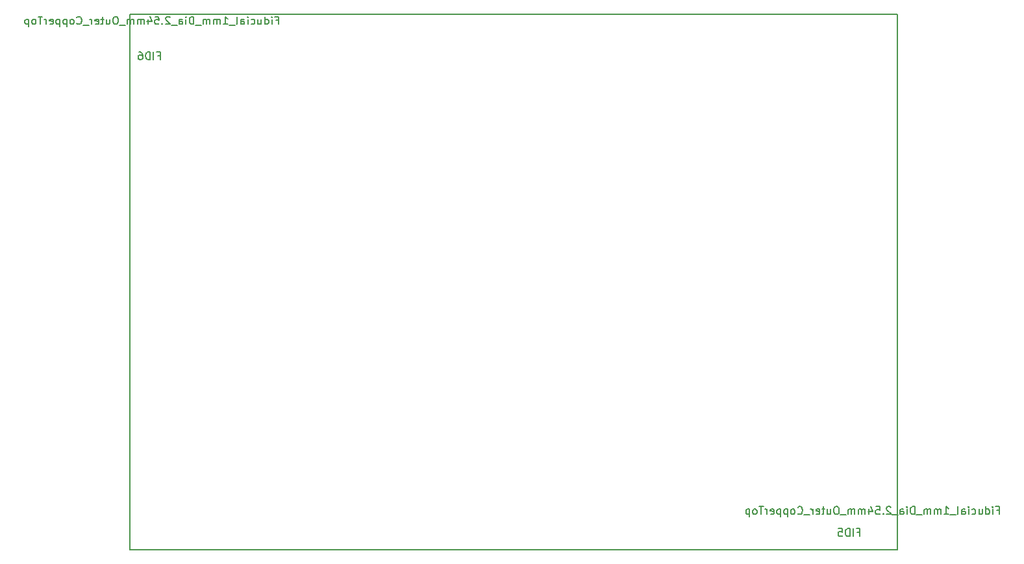
<source format=gbr>
%TF.GenerationSoftware,KiCad,Pcbnew,7.0.10*%
%TF.CreationDate,2025-02-13T15:15:04-06:00*%
%TF.ProjectId,IR2IP,49523249-502e-46b6-9963-61645f706362,rev?*%
%TF.SameCoordinates,PX55fe290PY8062360*%
%TF.FileFunction,AssemblyDrawing,Bot*%
%FSLAX46Y46*%
G04 Gerber Fmt 4.6, Leading zero omitted, Abs format (unit mm)*
G04 Created by KiCad (PCBNEW 7.0.10) date 2025-02-13 15:15:04*
%MOMM*%
%LPD*%
G01*
G04 APERTURE LIST*
%ADD10C,0.150000*%
%TA.AperFunction,Profile*%
%ADD11C,0.150000*%
%TD*%
G04 APERTURE END LIST*
D10*
X18996667Y69188991D02*
X19330000Y69188991D01*
X19330000Y68665181D02*
X19330000Y69665181D01*
X19330000Y69665181D02*
X18853810Y69665181D01*
X18472857Y68665181D02*
X18472857Y69331848D01*
X18472857Y69665181D02*
X18520476Y69617562D01*
X18520476Y69617562D02*
X18472857Y69569943D01*
X18472857Y69569943D02*
X18425238Y69617562D01*
X18425238Y69617562D02*
X18472857Y69665181D01*
X18472857Y69665181D02*
X18472857Y69569943D01*
X17568096Y68665181D02*
X17568096Y69665181D01*
X17568096Y68712800D02*
X17663334Y68665181D01*
X17663334Y68665181D02*
X17853810Y68665181D01*
X17853810Y68665181D02*
X17949048Y68712800D01*
X17949048Y68712800D02*
X17996667Y68760420D01*
X17996667Y68760420D02*
X18044286Y68855658D01*
X18044286Y68855658D02*
X18044286Y69141372D01*
X18044286Y69141372D02*
X17996667Y69236610D01*
X17996667Y69236610D02*
X17949048Y69284229D01*
X17949048Y69284229D02*
X17853810Y69331848D01*
X17853810Y69331848D02*
X17663334Y69331848D01*
X17663334Y69331848D02*
X17568096Y69284229D01*
X16663334Y69331848D02*
X16663334Y68665181D01*
X17091905Y69331848D02*
X17091905Y68808039D01*
X17091905Y68808039D02*
X17044286Y68712800D01*
X17044286Y68712800D02*
X16949048Y68665181D01*
X16949048Y68665181D02*
X16806191Y68665181D01*
X16806191Y68665181D02*
X16710953Y68712800D01*
X16710953Y68712800D02*
X16663334Y68760420D01*
X15758572Y68712800D02*
X15853810Y68665181D01*
X15853810Y68665181D02*
X16044286Y68665181D01*
X16044286Y68665181D02*
X16139524Y68712800D01*
X16139524Y68712800D02*
X16187143Y68760420D01*
X16187143Y68760420D02*
X16234762Y68855658D01*
X16234762Y68855658D02*
X16234762Y69141372D01*
X16234762Y69141372D02*
X16187143Y69236610D01*
X16187143Y69236610D02*
X16139524Y69284229D01*
X16139524Y69284229D02*
X16044286Y69331848D01*
X16044286Y69331848D02*
X15853810Y69331848D01*
X15853810Y69331848D02*
X15758572Y69284229D01*
X15330000Y68665181D02*
X15330000Y69331848D01*
X15330000Y69665181D02*
X15377619Y69617562D01*
X15377619Y69617562D02*
X15330000Y69569943D01*
X15330000Y69569943D02*
X15282381Y69617562D01*
X15282381Y69617562D02*
X15330000Y69665181D01*
X15330000Y69665181D02*
X15330000Y69569943D01*
X14425239Y68665181D02*
X14425239Y69188991D01*
X14425239Y69188991D02*
X14472858Y69284229D01*
X14472858Y69284229D02*
X14568096Y69331848D01*
X14568096Y69331848D02*
X14758572Y69331848D01*
X14758572Y69331848D02*
X14853810Y69284229D01*
X14425239Y68712800D02*
X14520477Y68665181D01*
X14520477Y68665181D02*
X14758572Y68665181D01*
X14758572Y68665181D02*
X14853810Y68712800D01*
X14853810Y68712800D02*
X14901429Y68808039D01*
X14901429Y68808039D02*
X14901429Y68903277D01*
X14901429Y68903277D02*
X14853810Y68998515D01*
X14853810Y68998515D02*
X14758572Y69046134D01*
X14758572Y69046134D02*
X14520477Y69046134D01*
X14520477Y69046134D02*
X14425239Y69093753D01*
X13806191Y68665181D02*
X13901429Y68712800D01*
X13901429Y68712800D02*
X13949048Y68808039D01*
X13949048Y68808039D02*
X13949048Y69665181D01*
X13663334Y68569943D02*
X12901429Y68569943D01*
X12139524Y68665181D02*
X12710952Y68665181D01*
X12425238Y68665181D02*
X12425238Y69665181D01*
X12425238Y69665181D02*
X12520476Y69522324D01*
X12520476Y69522324D02*
X12615714Y69427086D01*
X12615714Y69427086D02*
X12710952Y69379467D01*
X11710952Y68665181D02*
X11710952Y69331848D01*
X11710952Y69236610D02*
X11663333Y69284229D01*
X11663333Y69284229D02*
X11568095Y69331848D01*
X11568095Y69331848D02*
X11425238Y69331848D01*
X11425238Y69331848D02*
X11330000Y69284229D01*
X11330000Y69284229D02*
X11282381Y69188991D01*
X11282381Y69188991D02*
X11282381Y68665181D01*
X11282381Y69188991D02*
X11234762Y69284229D01*
X11234762Y69284229D02*
X11139524Y69331848D01*
X11139524Y69331848D02*
X10996667Y69331848D01*
X10996667Y69331848D02*
X10901428Y69284229D01*
X10901428Y69284229D02*
X10853809Y69188991D01*
X10853809Y69188991D02*
X10853809Y68665181D01*
X10377619Y68665181D02*
X10377619Y69331848D01*
X10377619Y69236610D02*
X10330000Y69284229D01*
X10330000Y69284229D02*
X10234762Y69331848D01*
X10234762Y69331848D02*
X10091905Y69331848D01*
X10091905Y69331848D02*
X9996667Y69284229D01*
X9996667Y69284229D02*
X9949048Y69188991D01*
X9949048Y69188991D02*
X9949048Y68665181D01*
X9949048Y69188991D02*
X9901429Y69284229D01*
X9901429Y69284229D02*
X9806191Y69331848D01*
X9806191Y69331848D02*
X9663334Y69331848D01*
X9663334Y69331848D02*
X9568095Y69284229D01*
X9568095Y69284229D02*
X9520476Y69188991D01*
X9520476Y69188991D02*
X9520476Y68665181D01*
X9282382Y68569943D02*
X8520477Y68569943D01*
X8282381Y68665181D02*
X8282381Y69665181D01*
X8282381Y69665181D02*
X8044286Y69665181D01*
X8044286Y69665181D02*
X7901429Y69617562D01*
X7901429Y69617562D02*
X7806191Y69522324D01*
X7806191Y69522324D02*
X7758572Y69427086D01*
X7758572Y69427086D02*
X7710953Y69236610D01*
X7710953Y69236610D02*
X7710953Y69093753D01*
X7710953Y69093753D02*
X7758572Y68903277D01*
X7758572Y68903277D02*
X7806191Y68808039D01*
X7806191Y68808039D02*
X7901429Y68712800D01*
X7901429Y68712800D02*
X8044286Y68665181D01*
X8044286Y68665181D02*
X8282381Y68665181D01*
X7282381Y68665181D02*
X7282381Y69331848D01*
X7282381Y69665181D02*
X7330000Y69617562D01*
X7330000Y69617562D02*
X7282381Y69569943D01*
X7282381Y69569943D02*
X7234762Y69617562D01*
X7234762Y69617562D02*
X7282381Y69665181D01*
X7282381Y69665181D02*
X7282381Y69569943D01*
X6377620Y68665181D02*
X6377620Y69188991D01*
X6377620Y69188991D02*
X6425239Y69284229D01*
X6425239Y69284229D02*
X6520477Y69331848D01*
X6520477Y69331848D02*
X6710953Y69331848D01*
X6710953Y69331848D02*
X6806191Y69284229D01*
X6377620Y68712800D02*
X6472858Y68665181D01*
X6472858Y68665181D02*
X6710953Y68665181D01*
X6710953Y68665181D02*
X6806191Y68712800D01*
X6806191Y68712800D02*
X6853810Y68808039D01*
X6853810Y68808039D02*
X6853810Y68903277D01*
X6853810Y68903277D02*
X6806191Y68998515D01*
X6806191Y68998515D02*
X6710953Y69046134D01*
X6710953Y69046134D02*
X6472858Y69046134D01*
X6472858Y69046134D02*
X6377620Y69093753D01*
X6139525Y68569943D02*
X5377620Y68569943D01*
X5187143Y69569943D02*
X5139524Y69617562D01*
X5139524Y69617562D02*
X5044286Y69665181D01*
X5044286Y69665181D02*
X4806191Y69665181D01*
X4806191Y69665181D02*
X4710953Y69617562D01*
X4710953Y69617562D02*
X4663334Y69569943D01*
X4663334Y69569943D02*
X4615715Y69474705D01*
X4615715Y69474705D02*
X4615715Y69379467D01*
X4615715Y69379467D02*
X4663334Y69236610D01*
X4663334Y69236610D02*
X5234762Y68665181D01*
X5234762Y68665181D02*
X4615715Y68665181D01*
X4187143Y68760420D02*
X4139524Y68712800D01*
X4139524Y68712800D02*
X4187143Y68665181D01*
X4187143Y68665181D02*
X4234762Y68712800D01*
X4234762Y68712800D02*
X4187143Y68760420D01*
X4187143Y68760420D02*
X4187143Y68665181D01*
X3234763Y69665181D02*
X3710953Y69665181D01*
X3710953Y69665181D02*
X3758572Y69188991D01*
X3758572Y69188991D02*
X3710953Y69236610D01*
X3710953Y69236610D02*
X3615715Y69284229D01*
X3615715Y69284229D02*
X3377620Y69284229D01*
X3377620Y69284229D02*
X3282382Y69236610D01*
X3282382Y69236610D02*
X3234763Y69188991D01*
X3234763Y69188991D02*
X3187144Y69093753D01*
X3187144Y69093753D02*
X3187144Y68855658D01*
X3187144Y68855658D02*
X3234763Y68760420D01*
X3234763Y68760420D02*
X3282382Y68712800D01*
X3282382Y68712800D02*
X3377620Y68665181D01*
X3377620Y68665181D02*
X3615715Y68665181D01*
X3615715Y68665181D02*
X3710953Y68712800D01*
X3710953Y68712800D02*
X3758572Y68760420D01*
X2330001Y69331848D02*
X2330001Y68665181D01*
X2568096Y69712800D02*
X2806191Y68998515D01*
X2806191Y68998515D02*
X2187144Y68998515D01*
X1806191Y68665181D02*
X1806191Y69331848D01*
X1806191Y69236610D02*
X1758572Y69284229D01*
X1758572Y69284229D02*
X1663334Y69331848D01*
X1663334Y69331848D02*
X1520477Y69331848D01*
X1520477Y69331848D02*
X1425239Y69284229D01*
X1425239Y69284229D02*
X1377620Y69188991D01*
X1377620Y69188991D02*
X1377620Y68665181D01*
X1377620Y69188991D02*
X1330001Y69284229D01*
X1330001Y69284229D02*
X1234763Y69331848D01*
X1234763Y69331848D02*
X1091906Y69331848D01*
X1091906Y69331848D02*
X996667Y69284229D01*
X996667Y69284229D02*
X949048Y69188991D01*
X949048Y69188991D02*
X949048Y68665181D01*
X472858Y68665181D02*
X472858Y69331848D01*
X472858Y69236610D02*
X425239Y69284229D01*
X425239Y69284229D02*
X330001Y69331848D01*
X330001Y69331848D02*
X187144Y69331848D01*
X187144Y69331848D02*
X91906Y69284229D01*
X91906Y69284229D02*
X44287Y69188991D01*
X44287Y69188991D02*
X44287Y68665181D01*
X44287Y69188991D02*
X-3332Y69284229D01*
X-3332Y69284229D02*
X-98570Y69331848D01*
X-98570Y69331848D02*
X-241427Y69331848D01*
X-241427Y69331848D02*
X-336666Y69284229D01*
X-336666Y69284229D02*
X-384285Y69188991D01*
X-384285Y69188991D02*
X-384285Y68665181D01*
X-622379Y68569943D02*
X-1384284Y68569943D01*
X-1812856Y69665181D02*
X-2003332Y69665181D01*
X-2003332Y69665181D02*
X-2098570Y69617562D01*
X-2098570Y69617562D02*
X-2193808Y69522324D01*
X-2193808Y69522324D02*
X-2241427Y69331848D01*
X-2241427Y69331848D02*
X-2241427Y68998515D01*
X-2241427Y68998515D02*
X-2193808Y68808039D01*
X-2193808Y68808039D02*
X-2098570Y68712800D01*
X-2098570Y68712800D02*
X-2003332Y68665181D01*
X-2003332Y68665181D02*
X-1812856Y68665181D01*
X-1812856Y68665181D02*
X-1717618Y68712800D01*
X-1717618Y68712800D02*
X-1622380Y68808039D01*
X-1622380Y68808039D02*
X-1574761Y68998515D01*
X-1574761Y68998515D02*
X-1574761Y69331848D01*
X-1574761Y69331848D02*
X-1622380Y69522324D01*
X-1622380Y69522324D02*
X-1717618Y69617562D01*
X-1717618Y69617562D02*
X-1812856Y69665181D01*
X-3098570Y69331848D02*
X-3098570Y68665181D01*
X-2669999Y69331848D02*
X-2669999Y68808039D01*
X-2669999Y68808039D02*
X-2717618Y68712800D01*
X-2717618Y68712800D02*
X-2812856Y68665181D01*
X-2812856Y68665181D02*
X-2955713Y68665181D01*
X-2955713Y68665181D02*
X-3050951Y68712800D01*
X-3050951Y68712800D02*
X-3098570Y68760420D01*
X-3431904Y69331848D02*
X-3812856Y69331848D01*
X-3574761Y69665181D02*
X-3574761Y68808039D01*
X-3574761Y68808039D02*
X-3622380Y68712800D01*
X-3622380Y68712800D02*
X-3717618Y68665181D01*
X-3717618Y68665181D02*
X-3812856Y68665181D01*
X-4527142Y68712800D02*
X-4431904Y68665181D01*
X-4431904Y68665181D02*
X-4241428Y68665181D01*
X-4241428Y68665181D02*
X-4146190Y68712800D01*
X-4146190Y68712800D02*
X-4098571Y68808039D01*
X-4098571Y68808039D02*
X-4098571Y69188991D01*
X-4098571Y69188991D02*
X-4146190Y69284229D01*
X-4146190Y69284229D02*
X-4241428Y69331848D01*
X-4241428Y69331848D02*
X-4431904Y69331848D01*
X-4431904Y69331848D02*
X-4527142Y69284229D01*
X-4527142Y69284229D02*
X-4574761Y69188991D01*
X-4574761Y69188991D02*
X-4574761Y69093753D01*
X-4574761Y69093753D02*
X-4098571Y68998515D01*
X-5003333Y68665181D02*
X-5003333Y69331848D01*
X-5003333Y69141372D02*
X-5050952Y69236610D01*
X-5050952Y69236610D02*
X-5098571Y69284229D01*
X-5098571Y69284229D02*
X-5193809Y69331848D01*
X-5193809Y69331848D02*
X-5289047Y69331848D01*
X-5384285Y68569943D02*
X-6146190Y68569943D01*
X-6955714Y68760420D02*
X-6908095Y68712800D01*
X-6908095Y68712800D02*
X-6765238Y68665181D01*
X-6765238Y68665181D02*
X-6670000Y68665181D01*
X-6670000Y68665181D02*
X-6527143Y68712800D01*
X-6527143Y68712800D02*
X-6431905Y68808039D01*
X-6431905Y68808039D02*
X-6384286Y68903277D01*
X-6384286Y68903277D02*
X-6336667Y69093753D01*
X-6336667Y69093753D02*
X-6336667Y69236610D01*
X-6336667Y69236610D02*
X-6384286Y69427086D01*
X-6384286Y69427086D02*
X-6431905Y69522324D01*
X-6431905Y69522324D02*
X-6527143Y69617562D01*
X-6527143Y69617562D02*
X-6670000Y69665181D01*
X-6670000Y69665181D02*
X-6765238Y69665181D01*
X-6765238Y69665181D02*
X-6908095Y69617562D01*
X-6908095Y69617562D02*
X-6955714Y69569943D01*
X-7527143Y68665181D02*
X-7431905Y68712800D01*
X-7431905Y68712800D02*
X-7384286Y68760420D01*
X-7384286Y68760420D02*
X-7336667Y68855658D01*
X-7336667Y68855658D02*
X-7336667Y69141372D01*
X-7336667Y69141372D02*
X-7384286Y69236610D01*
X-7384286Y69236610D02*
X-7431905Y69284229D01*
X-7431905Y69284229D02*
X-7527143Y69331848D01*
X-7527143Y69331848D02*
X-7670000Y69331848D01*
X-7670000Y69331848D02*
X-7765238Y69284229D01*
X-7765238Y69284229D02*
X-7812857Y69236610D01*
X-7812857Y69236610D02*
X-7860476Y69141372D01*
X-7860476Y69141372D02*
X-7860476Y68855658D01*
X-7860476Y68855658D02*
X-7812857Y68760420D01*
X-7812857Y68760420D02*
X-7765238Y68712800D01*
X-7765238Y68712800D02*
X-7670000Y68665181D01*
X-7670000Y68665181D02*
X-7527143Y68665181D01*
X-8289048Y69331848D02*
X-8289048Y68331848D01*
X-8289048Y69284229D02*
X-8384286Y69331848D01*
X-8384286Y69331848D02*
X-8574762Y69331848D01*
X-8574762Y69331848D02*
X-8670000Y69284229D01*
X-8670000Y69284229D02*
X-8717619Y69236610D01*
X-8717619Y69236610D02*
X-8765238Y69141372D01*
X-8765238Y69141372D02*
X-8765238Y68855658D01*
X-8765238Y68855658D02*
X-8717619Y68760420D01*
X-8717619Y68760420D02*
X-8670000Y68712800D01*
X-8670000Y68712800D02*
X-8574762Y68665181D01*
X-8574762Y68665181D02*
X-8384286Y68665181D01*
X-8384286Y68665181D02*
X-8289048Y68712800D01*
X-9193810Y69331848D02*
X-9193810Y68331848D01*
X-9193810Y69284229D02*
X-9289048Y69331848D01*
X-9289048Y69331848D02*
X-9479524Y69331848D01*
X-9479524Y69331848D02*
X-9574762Y69284229D01*
X-9574762Y69284229D02*
X-9622381Y69236610D01*
X-9622381Y69236610D02*
X-9670000Y69141372D01*
X-9670000Y69141372D02*
X-9670000Y68855658D01*
X-9670000Y68855658D02*
X-9622381Y68760420D01*
X-9622381Y68760420D02*
X-9574762Y68712800D01*
X-9574762Y68712800D02*
X-9479524Y68665181D01*
X-9479524Y68665181D02*
X-9289048Y68665181D01*
X-9289048Y68665181D02*
X-9193810Y68712800D01*
X-10479524Y68712800D02*
X-10384286Y68665181D01*
X-10384286Y68665181D02*
X-10193810Y68665181D01*
X-10193810Y68665181D02*
X-10098572Y68712800D01*
X-10098572Y68712800D02*
X-10050953Y68808039D01*
X-10050953Y68808039D02*
X-10050953Y69188991D01*
X-10050953Y69188991D02*
X-10098572Y69284229D01*
X-10098572Y69284229D02*
X-10193810Y69331848D01*
X-10193810Y69331848D02*
X-10384286Y69331848D01*
X-10384286Y69331848D02*
X-10479524Y69284229D01*
X-10479524Y69284229D02*
X-10527143Y69188991D01*
X-10527143Y69188991D02*
X-10527143Y69093753D01*
X-10527143Y69093753D02*
X-10050953Y68998515D01*
X-10955715Y68665181D02*
X-10955715Y69331848D01*
X-10955715Y69141372D02*
X-11003334Y69236610D01*
X-11003334Y69236610D02*
X-11050953Y69284229D01*
X-11050953Y69284229D02*
X-11146191Y69331848D01*
X-11146191Y69331848D02*
X-11241429Y69331848D01*
X-11431906Y69665181D02*
X-12003334Y69665181D01*
X-11717620Y68665181D02*
X-11717620Y69665181D01*
X-12479525Y68665181D02*
X-12384287Y68712800D01*
X-12384287Y68712800D02*
X-12336668Y68760420D01*
X-12336668Y68760420D02*
X-12289049Y68855658D01*
X-12289049Y68855658D02*
X-12289049Y69141372D01*
X-12289049Y69141372D02*
X-12336668Y69236610D01*
X-12336668Y69236610D02*
X-12384287Y69284229D01*
X-12384287Y69284229D02*
X-12479525Y69331848D01*
X-12479525Y69331848D02*
X-12622382Y69331848D01*
X-12622382Y69331848D02*
X-12717620Y69284229D01*
X-12717620Y69284229D02*
X-12765239Y69236610D01*
X-12765239Y69236610D02*
X-12812858Y69141372D01*
X-12812858Y69141372D02*
X-12812858Y68855658D01*
X-12812858Y68855658D02*
X-12765239Y68760420D01*
X-12765239Y68760420D02*
X-12717620Y68712800D01*
X-12717620Y68712800D02*
X-12622382Y68665181D01*
X-12622382Y68665181D02*
X-12479525Y68665181D01*
X-13241430Y69331848D02*
X-13241430Y68331848D01*
X-13241430Y69284229D02*
X-13336668Y69331848D01*
X-13336668Y69331848D02*
X-13527144Y69331848D01*
X-13527144Y69331848D02*
X-13622382Y69284229D01*
X-13622382Y69284229D02*
X-13670001Y69236610D01*
X-13670001Y69236610D02*
X-13717620Y69141372D01*
X-13717620Y69141372D02*
X-13717620Y68855658D01*
X-13717620Y68855658D02*
X-13670001Y68760420D01*
X-13670001Y68760420D02*
X-13622382Y68712800D01*
X-13622382Y68712800D02*
X-13527144Y68665181D01*
X-13527144Y68665181D02*
X-13336668Y68665181D01*
X-13336668Y68665181D02*
X-13241430Y68712800D01*
X3571428Y64568991D02*
X3904761Y64568991D01*
X3904761Y64045181D02*
X3904761Y65045181D01*
X3904761Y65045181D02*
X3428571Y65045181D01*
X3047618Y64045181D02*
X3047618Y65045181D01*
X2571428Y64045181D02*
X2571428Y65045181D01*
X2571428Y65045181D02*
X2333333Y65045181D01*
X2333333Y65045181D02*
X2190476Y64997562D01*
X2190476Y64997562D02*
X2095238Y64902324D01*
X2095238Y64902324D02*
X2047619Y64807086D01*
X2047619Y64807086D02*
X2000000Y64616610D01*
X2000000Y64616610D02*
X2000000Y64473753D01*
X2000000Y64473753D02*
X2047619Y64283277D01*
X2047619Y64283277D02*
X2095238Y64188039D01*
X2095238Y64188039D02*
X2190476Y64092800D01*
X2190476Y64092800D02*
X2333333Y64045181D01*
X2333333Y64045181D02*
X2571428Y64045181D01*
X1142857Y65045181D02*
X1333333Y65045181D01*
X1333333Y65045181D02*
X1428571Y64997562D01*
X1428571Y64997562D02*
X1476190Y64949943D01*
X1476190Y64949943D02*
X1571428Y64807086D01*
X1571428Y64807086D02*
X1619047Y64616610D01*
X1619047Y64616610D02*
X1619047Y64235658D01*
X1619047Y64235658D02*
X1571428Y64140420D01*
X1571428Y64140420D02*
X1523809Y64092800D01*
X1523809Y64092800D02*
X1428571Y64045181D01*
X1428571Y64045181D02*
X1238095Y64045181D01*
X1238095Y64045181D02*
X1142857Y64092800D01*
X1142857Y64092800D02*
X1095238Y64140420D01*
X1095238Y64140420D02*
X1047619Y64235658D01*
X1047619Y64235658D02*
X1047619Y64473753D01*
X1047619Y64473753D02*
X1095238Y64568991D01*
X1095238Y64568991D02*
X1142857Y64616610D01*
X1142857Y64616610D02*
X1238095Y64664229D01*
X1238095Y64664229D02*
X1428571Y64664229D01*
X1428571Y64664229D02*
X1523809Y64616610D01*
X1523809Y64616610D02*
X1571428Y64568991D01*
X1571428Y64568991D02*
X1619047Y64473753D01*
X112996667Y5188991D02*
X113330000Y5188991D01*
X113330000Y4665181D02*
X113330000Y5665181D01*
X113330000Y5665181D02*
X112853810Y5665181D01*
X112472857Y4665181D02*
X112472857Y5331848D01*
X112472857Y5665181D02*
X112520476Y5617562D01*
X112520476Y5617562D02*
X112472857Y5569943D01*
X112472857Y5569943D02*
X112425238Y5617562D01*
X112425238Y5617562D02*
X112472857Y5665181D01*
X112472857Y5665181D02*
X112472857Y5569943D01*
X111568096Y4665181D02*
X111568096Y5665181D01*
X111568096Y4712800D02*
X111663334Y4665181D01*
X111663334Y4665181D02*
X111853810Y4665181D01*
X111853810Y4665181D02*
X111949048Y4712800D01*
X111949048Y4712800D02*
X111996667Y4760420D01*
X111996667Y4760420D02*
X112044286Y4855658D01*
X112044286Y4855658D02*
X112044286Y5141372D01*
X112044286Y5141372D02*
X111996667Y5236610D01*
X111996667Y5236610D02*
X111949048Y5284229D01*
X111949048Y5284229D02*
X111853810Y5331848D01*
X111853810Y5331848D02*
X111663334Y5331848D01*
X111663334Y5331848D02*
X111568096Y5284229D01*
X110663334Y5331848D02*
X110663334Y4665181D01*
X111091905Y5331848D02*
X111091905Y4808039D01*
X111091905Y4808039D02*
X111044286Y4712800D01*
X111044286Y4712800D02*
X110949048Y4665181D01*
X110949048Y4665181D02*
X110806191Y4665181D01*
X110806191Y4665181D02*
X110710953Y4712800D01*
X110710953Y4712800D02*
X110663334Y4760420D01*
X109758572Y4712800D02*
X109853810Y4665181D01*
X109853810Y4665181D02*
X110044286Y4665181D01*
X110044286Y4665181D02*
X110139524Y4712800D01*
X110139524Y4712800D02*
X110187143Y4760420D01*
X110187143Y4760420D02*
X110234762Y4855658D01*
X110234762Y4855658D02*
X110234762Y5141372D01*
X110234762Y5141372D02*
X110187143Y5236610D01*
X110187143Y5236610D02*
X110139524Y5284229D01*
X110139524Y5284229D02*
X110044286Y5331848D01*
X110044286Y5331848D02*
X109853810Y5331848D01*
X109853810Y5331848D02*
X109758572Y5284229D01*
X109330000Y4665181D02*
X109330000Y5331848D01*
X109330000Y5665181D02*
X109377619Y5617562D01*
X109377619Y5617562D02*
X109330000Y5569943D01*
X109330000Y5569943D02*
X109282381Y5617562D01*
X109282381Y5617562D02*
X109330000Y5665181D01*
X109330000Y5665181D02*
X109330000Y5569943D01*
X108425239Y4665181D02*
X108425239Y5188991D01*
X108425239Y5188991D02*
X108472858Y5284229D01*
X108472858Y5284229D02*
X108568096Y5331848D01*
X108568096Y5331848D02*
X108758572Y5331848D01*
X108758572Y5331848D02*
X108853810Y5284229D01*
X108425239Y4712800D02*
X108520477Y4665181D01*
X108520477Y4665181D02*
X108758572Y4665181D01*
X108758572Y4665181D02*
X108853810Y4712800D01*
X108853810Y4712800D02*
X108901429Y4808039D01*
X108901429Y4808039D02*
X108901429Y4903277D01*
X108901429Y4903277D02*
X108853810Y4998515D01*
X108853810Y4998515D02*
X108758572Y5046134D01*
X108758572Y5046134D02*
X108520477Y5046134D01*
X108520477Y5046134D02*
X108425239Y5093753D01*
X107806191Y4665181D02*
X107901429Y4712800D01*
X107901429Y4712800D02*
X107949048Y4808039D01*
X107949048Y4808039D02*
X107949048Y5665181D01*
X107663334Y4569943D02*
X106901429Y4569943D01*
X106139524Y4665181D02*
X106710952Y4665181D01*
X106425238Y4665181D02*
X106425238Y5665181D01*
X106425238Y5665181D02*
X106520476Y5522324D01*
X106520476Y5522324D02*
X106615714Y5427086D01*
X106615714Y5427086D02*
X106710952Y5379467D01*
X105710952Y4665181D02*
X105710952Y5331848D01*
X105710952Y5236610D02*
X105663333Y5284229D01*
X105663333Y5284229D02*
X105568095Y5331848D01*
X105568095Y5331848D02*
X105425238Y5331848D01*
X105425238Y5331848D02*
X105330000Y5284229D01*
X105330000Y5284229D02*
X105282381Y5188991D01*
X105282381Y5188991D02*
X105282381Y4665181D01*
X105282381Y5188991D02*
X105234762Y5284229D01*
X105234762Y5284229D02*
X105139524Y5331848D01*
X105139524Y5331848D02*
X104996667Y5331848D01*
X104996667Y5331848D02*
X104901428Y5284229D01*
X104901428Y5284229D02*
X104853809Y5188991D01*
X104853809Y5188991D02*
X104853809Y4665181D01*
X104377619Y4665181D02*
X104377619Y5331848D01*
X104377619Y5236610D02*
X104330000Y5284229D01*
X104330000Y5284229D02*
X104234762Y5331848D01*
X104234762Y5331848D02*
X104091905Y5331848D01*
X104091905Y5331848D02*
X103996667Y5284229D01*
X103996667Y5284229D02*
X103949048Y5188991D01*
X103949048Y5188991D02*
X103949048Y4665181D01*
X103949048Y5188991D02*
X103901429Y5284229D01*
X103901429Y5284229D02*
X103806191Y5331848D01*
X103806191Y5331848D02*
X103663334Y5331848D01*
X103663334Y5331848D02*
X103568095Y5284229D01*
X103568095Y5284229D02*
X103520476Y5188991D01*
X103520476Y5188991D02*
X103520476Y4665181D01*
X103282382Y4569943D02*
X102520477Y4569943D01*
X102282381Y4665181D02*
X102282381Y5665181D01*
X102282381Y5665181D02*
X102044286Y5665181D01*
X102044286Y5665181D02*
X101901429Y5617562D01*
X101901429Y5617562D02*
X101806191Y5522324D01*
X101806191Y5522324D02*
X101758572Y5427086D01*
X101758572Y5427086D02*
X101710953Y5236610D01*
X101710953Y5236610D02*
X101710953Y5093753D01*
X101710953Y5093753D02*
X101758572Y4903277D01*
X101758572Y4903277D02*
X101806191Y4808039D01*
X101806191Y4808039D02*
X101901429Y4712800D01*
X101901429Y4712800D02*
X102044286Y4665181D01*
X102044286Y4665181D02*
X102282381Y4665181D01*
X101282381Y4665181D02*
X101282381Y5331848D01*
X101282381Y5665181D02*
X101330000Y5617562D01*
X101330000Y5617562D02*
X101282381Y5569943D01*
X101282381Y5569943D02*
X101234762Y5617562D01*
X101234762Y5617562D02*
X101282381Y5665181D01*
X101282381Y5665181D02*
X101282381Y5569943D01*
X100377620Y4665181D02*
X100377620Y5188991D01*
X100377620Y5188991D02*
X100425239Y5284229D01*
X100425239Y5284229D02*
X100520477Y5331848D01*
X100520477Y5331848D02*
X100710953Y5331848D01*
X100710953Y5331848D02*
X100806191Y5284229D01*
X100377620Y4712800D02*
X100472858Y4665181D01*
X100472858Y4665181D02*
X100710953Y4665181D01*
X100710953Y4665181D02*
X100806191Y4712800D01*
X100806191Y4712800D02*
X100853810Y4808039D01*
X100853810Y4808039D02*
X100853810Y4903277D01*
X100853810Y4903277D02*
X100806191Y4998515D01*
X100806191Y4998515D02*
X100710953Y5046134D01*
X100710953Y5046134D02*
X100472858Y5046134D01*
X100472858Y5046134D02*
X100377620Y5093753D01*
X100139525Y4569943D02*
X99377620Y4569943D01*
X99187143Y5569943D02*
X99139524Y5617562D01*
X99139524Y5617562D02*
X99044286Y5665181D01*
X99044286Y5665181D02*
X98806191Y5665181D01*
X98806191Y5665181D02*
X98710953Y5617562D01*
X98710953Y5617562D02*
X98663334Y5569943D01*
X98663334Y5569943D02*
X98615715Y5474705D01*
X98615715Y5474705D02*
X98615715Y5379467D01*
X98615715Y5379467D02*
X98663334Y5236610D01*
X98663334Y5236610D02*
X99234762Y4665181D01*
X99234762Y4665181D02*
X98615715Y4665181D01*
X98187143Y4760420D02*
X98139524Y4712800D01*
X98139524Y4712800D02*
X98187143Y4665181D01*
X98187143Y4665181D02*
X98234762Y4712800D01*
X98234762Y4712800D02*
X98187143Y4760420D01*
X98187143Y4760420D02*
X98187143Y4665181D01*
X97234763Y5665181D02*
X97710953Y5665181D01*
X97710953Y5665181D02*
X97758572Y5188991D01*
X97758572Y5188991D02*
X97710953Y5236610D01*
X97710953Y5236610D02*
X97615715Y5284229D01*
X97615715Y5284229D02*
X97377620Y5284229D01*
X97377620Y5284229D02*
X97282382Y5236610D01*
X97282382Y5236610D02*
X97234763Y5188991D01*
X97234763Y5188991D02*
X97187144Y5093753D01*
X97187144Y5093753D02*
X97187144Y4855658D01*
X97187144Y4855658D02*
X97234763Y4760420D01*
X97234763Y4760420D02*
X97282382Y4712800D01*
X97282382Y4712800D02*
X97377620Y4665181D01*
X97377620Y4665181D02*
X97615715Y4665181D01*
X97615715Y4665181D02*
X97710953Y4712800D01*
X97710953Y4712800D02*
X97758572Y4760420D01*
X96330001Y5331848D02*
X96330001Y4665181D01*
X96568096Y5712800D02*
X96806191Y4998515D01*
X96806191Y4998515D02*
X96187144Y4998515D01*
X95806191Y4665181D02*
X95806191Y5331848D01*
X95806191Y5236610D02*
X95758572Y5284229D01*
X95758572Y5284229D02*
X95663334Y5331848D01*
X95663334Y5331848D02*
X95520477Y5331848D01*
X95520477Y5331848D02*
X95425239Y5284229D01*
X95425239Y5284229D02*
X95377620Y5188991D01*
X95377620Y5188991D02*
X95377620Y4665181D01*
X95377620Y5188991D02*
X95330001Y5284229D01*
X95330001Y5284229D02*
X95234763Y5331848D01*
X95234763Y5331848D02*
X95091906Y5331848D01*
X95091906Y5331848D02*
X94996667Y5284229D01*
X94996667Y5284229D02*
X94949048Y5188991D01*
X94949048Y5188991D02*
X94949048Y4665181D01*
X94472858Y4665181D02*
X94472858Y5331848D01*
X94472858Y5236610D02*
X94425239Y5284229D01*
X94425239Y5284229D02*
X94330001Y5331848D01*
X94330001Y5331848D02*
X94187144Y5331848D01*
X94187144Y5331848D02*
X94091906Y5284229D01*
X94091906Y5284229D02*
X94044287Y5188991D01*
X94044287Y5188991D02*
X94044287Y4665181D01*
X94044287Y5188991D02*
X93996668Y5284229D01*
X93996668Y5284229D02*
X93901430Y5331848D01*
X93901430Y5331848D02*
X93758573Y5331848D01*
X93758573Y5331848D02*
X93663334Y5284229D01*
X93663334Y5284229D02*
X93615715Y5188991D01*
X93615715Y5188991D02*
X93615715Y4665181D01*
X93377621Y4569943D02*
X92615716Y4569943D01*
X92187144Y5665181D02*
X91996668Y5665181D01*
X91996668Y5665181D02*
X91901430Y5617562D01*
X91901430Y5617562D02*
X91806192Y5522324D01*
X91806192Y5522324D02*
X91758573Y5331848D01*
X91758573Y5331848D02*
X91758573Y4998515D01*
X91758573Y4998515D02*
X91806192Y4808039D01*
X91806192Y4808039D02*
X91901430Y4712800D01*
X91901430Y4712800D02*
X91996668Y4665181D01*
X91996668Y4665181D02*
X92187144Y4665181D01*
X92187144Y4665181D02*
X92282382Y4712800D01*
X92282382Y4712800D02*
X92377620Y4808039D01*
X92377620Y4808039D02*
X92425239Y4998515D01*
X92425239Y4998515D02*
X92425239Y5331848D01*
X92425239Y5331848D02*
X92377620Y5522324D01*
X92377620Y5522324D02*
X92282382Y5617562D01*
X92282382Y5617562D02*
X92187144Y5665181D01*
X90901430Y5331848D02*
X90901430Y4665181D01*
X91330001Y5331848D02*
X91330001Y4808039D01*
X91330001Y4808039D02*
X91282382Y4712800D01*
X91282382Y4712800D02*
X91187144Y4665181D01*
X91187144Y4665181D02*
X91044287Y4665181D01*
X91044287Y4665181D02*
X90949049Y4712800D01*
X90949049Y4712800D02*
X90901430Y4760420D01*
X90568096Y5331848D02*
X90187144Y5331848D01*
X90425239Y5665181D02*
X90425239Y4808039D01*
X90425239Y4808039D02*
X90377620Y4712800D01*
X90377620Y4712800D02*
X90282382Y4665181D01*
X90282382Y4665181D02*
X90187144Y4665181D01*
X89472858Y4712800D02*
X89568096Y4665181D01*
X89568096Y4665181D02*
X89758572Y4665181D01*
X89758572Y4665181D02*
X89853810Y4712800D01*
X89853810Y4712800D02*
X89901429Y4808039D01*
X89901429Y4808039D02*
X89901429Y5188991D01*
X89901429Y5188991D02*
X89853810Y5284229D01*
X89853810Y5284229D02*
X89758572Y5331848D01*
X89758572Y5331848D02*
X89568096Y5331848D01*
X89568096Y5331848D02*
X89472858Y5284229D01*
X89472858Y5284229D02*
X89425239Y5188991D01*
X89425239Y5188991D02*
X89425239Y5093753D01*
X89425239Y5093753D02*
X89901429Y4998515D01*
X88996667Y4665181D02*
X88996667Y5331848D01*
X88996667Y5141372D02*
X88949048Y5236610D01*
X88949048Y5236610D02*
X88901429Y5284229D01*
X88901429Y5284229D02*
X88806191Y5331848D01*
X88806191Y5331848D02*
X88710953Y5331848D01*
X88615715Y4569943D02*
X87853810Y4569943D01*
X87044286Y4760420D02*
X87091905Y4712800D01*
X87091905Y4712800D02*
X87234762Y4665181D01*
X87234762Y4665181D02*
X87330000Y4665181D01*
X87330000Y4665181D02*
X87472857Y4712800D01*
X87472857Y4712800D02*
X87568095Y4808039D01*
X87568095Y4808039D02*
X87615714Y4903277D01*
X87615714Y4903277D02*
X87663333Y5093753D01*
X87663333Y5093753D02*
X87663333Y5236610D01*
X87663333Y5236610D02*
X87615714Y5427086D01*
X87615714Y5427086D02*
X87568095Y5522324D01*
X87568095Y5522324D02*
X87472857Y5617562D01*
X87472857Y5617562D02*
X87330000Y5665181D01*
X87330000Y5665181D02*
X87234762Y5665181D01*
X87234762Y5665181D02*
X87091905Y5617562D01*
X87091905Y5617562D02*
X87044286Y5569943D01*
X86472857Y4665181D02*
X86568095Y4712800D01*
X86568095Y4712800D02*
X86615714Y4760420D01*
X86615714Y4760420D02*
X86663333Y4855658D01*
X86663333Y4855658D02*
X86663333Y5141372D01*
X86663333Y5141372D02*
X86615714Y5236610D01*
X86615714Y5236610D02*
X86568095Y5284229D01*
X86568095Y5284229D02*
X86472857Y5331848D01*
X86472857Y5331848D02*
X86330000Y5331848D01*
X86330000Y5331848D02*
X86234762Y5284229D01*
X86234762Y5284229D02*
X86187143Y5236610D01*
X86187143Y5236610D02*
X86139524Y5141372D01*
X86139524Y5141372D02*
X86139524Y4855658D01*
X86139524Y4855658D02*
X86187143Y4760420D01*
X86187143Y4760420D02*
X86234762Y4712800D01*
X86234762Y4712800D02*
X86330000Y4665181D01*
X86330000Y4665181D02*
X86472857Y4665181D01*
X85710952Y5331848D02*
X85710952Y4331848D01*
X85710952Y5284229D02*
X85615714Y5331848D01*
X85615714Y5331848D02*
X85425238Y5331848D01*
X85425238Y5331848D02*
X85330000Y5284229D01*
X85330000Y5284229D02*
X85282381Y5236610D01*
X85282381Y5236610D02*
X85234762Y5141372D01*
X85234762Y5141372D02*
X85234762Y4855658D01*
X85234762Y4855658D02*
X85282381Y4760420D01*
X85282381Y4760420D02*
X85330000Y4712800D01*
X85330000Y4712800D02*
X85425238Y4665181D01*
X85425238Y4665181D02*
X85615714Y4665181D01*
X85615714Y4665181D02*
X85710952Y4712800D01*
X84806190Y5331848D02*
X84806190Y4331848D01*
X84806190Y5284229D02*
X84710952Y5331848D01*
X84710952Y5331848D02*
X84520476Y5331848D01*
X84520476Y5331848D02*
X84425238Y5284229D01*
X84425238Y5284229D02*
X84377619Y5236610D01*
X84377619Y5236610D02*
X84330000Y5141372D01*
X84330000Y5141372D02*
X84330000Y4855658D01*
X84330000Y4855658D02*
X84377619Y4760420D01*
X84377619Y4760420D02*
X84425238Y4712800D01*
X84425238Y4712800D02*
X84520476Y4665181D01*
X84520476Y4665181D02*
X84710952Y4665181D01*
X84710952Y4665181D02*
X84806190Y4712800D01*
X83520476Y4712800D02*
X83615714Y4665181D01*
X83615714Y4665181D02*
X83806190Y4665181D01*
X83806190Y4665181D02*
X83901428Y4712800D01*
X83901428Y4712800D02*
X83949047Y4808039D01*
X83949047Y4808039D02*
X83949047Y5188991D01*
X83949047Y5188991D02*
X83901428Y5284229D01*
X83901428Y5284229D02*
X83806190Y5331848D01*
X83806190Y5331848D02*
X83615714Y5331848D01*
X83615714Y5331848D02*
X83520476Y5284229D01*
X83520476Y5284229D02*
X83472857Y5188991D01*
X83472857Y5188991D02*
X83472857Y5093753D01*
X83472857Y5093753D02*
X83949047Y4998515D01*
X83044285Y4665181D02*
X83044285Y5331848D01*
X83044285Y5141372D02*
X82996666Y5236610D01*
X82996666Y5236610D02*
X82949047Y5284229D01*
X82949047Y5284229D02*
X82853809Y5331848D01*
X82853809Y5331848D02*
X82758571Y5331848D01*
X82568094Y5665181D02*
X81996666Y5665181D01*
X82282380Y4665181D02*
X82282380Y5665181D01*
X81520475Y4665181D02*
X81615713Y4712800D01*
X81615713Y4712800D02*
X81663332Y4760420D01*
X81663332Y4760420D02*
X81710951Y4855658D01*
X81710951Y4855658D02*
X81710951Y5141372D01*
X81710951Y5141372D02*
X81663332Y5236610D01*
X81663332Y5236610D02*
X81615713Y5284229D01*
X81615713Y5284229D02*
X81520475Y5331848D01*
X81520475Y5331848D02*
X81377618Y5331848D01*
X81377618Y5331848D02*
X81282380Y5284229D01*
X81282380Y5284229D02*
X81234761Y5236610D01*
X81234761Y5236610D02*
X81187142Y5141372D01*
X81187142Y5141372D02*
X81187142Y4855658D01*
X81187142Y4855658D02*
X81234761Y4760420D01*
X81234761Y4760420D02*
X81282380Y4712800D01*
X81282380Y4712800D02*
X81377618Y4665181D01*
X81377618Y4665181D02*
X81520475Y4665181D01*
X80758570Y5331848D02*
X80758570Y4331848D01*
X80758570Y5284229D02*
X80663332Y5331848D01*
X80663332Y5331848D02*
X80472856Y5331848D01*
X80472856Y5331848D02*
X80377618Y5284229D01*
X80377618Y5284229D02*
X80329999Y5236610D01*
X80329999Y5236610D02*
X80282380Y5141372D01*
X80282380Y5141372D02*
X80282380Y4855658D01*
X80282380Y4855658D02*
X80329999Y4760420D01*
X80329999Y4760420D02*
X80377618Y4712800D01*
X80377618Y4712800D02*
X80472856Y4665181D01*
X80472856Y4665181D02*
X80663332Y4665181D01*
X80663332Y4665181D02*
X80758570Y4712800D01*
X94821428Y2318991D02*
X95154761Y2318991D01*
X95154761Y1795181D02*
X95154761Y2795181D01*
X95154761Y2795181D02*
X94678571Y2795181D01*
X94297618Y1795181D02*
X94297618Y2795181D01*
X93821428Y1795181D02*
X93821428Y2795181D01*
X93821428Y2795181D02*
X93583333Y2795181D01*
X93583333Y2795181D02*
X93440476Y2747562D01*
X93440476Y2747562D02*
X93345238Y2652324D01*
X93345238Y2652324D02*
X93297619Y2557086D01*
X93297619Y2557086D02*
X93250000Y2366610D01*
X93250000Y2366610D02*
X93250000Y2223753D01*
X93250000Y2223753D02*
X93297619Y2033277D01*
X93297619Y2033277D02*
X93345238Y1938039D01*
X93345238Y1938039D02*
X93440476Y1842800D01*
X93440476Y1842800D02*
X93583333Y1795181D01*
X93583333Y1795181D02*
X93821428Y1795181D01*
X92345238Y2795181D02*
X92821428Y2795181D01*
X92821428Y2795181D02*
X92869047Y2318991D01*
X92869047Y2318991D02*
X92821428Y2366610D01*
X92821428Y2366610D02*
X92726190Y2414229D01*
X92726190Y2414229D02*
X92488095Y2414229D01*
X92488095Y2414229D02*
X92392857Y2366610D01*
X92392857Y2366610D02*
X92345238Y2318991D01*
X92345238Y2318991D02*
X92297619Y2223753D01*
X92297619Y2223753D02*
X92297619Y1985658D01*
X92297619Y1985658D02*
X92345238Y1890420D01*
X92345238Y1890420D02*
X92392857Y1842800D01*
X92392857Y1842800D02*
X92488095Y1795181D01*
X92488095Y1795181D02*
X92726190Y1795181D01*
X92726190Y1795181D02*
X92821428Y1842800D01*
X92821428Y1842800D02*
X92869047Y1890420D01*
D11*
X0Y70000000D02*
X100000000Y70000000D01*
X0Y0D02*
X0Y70000000D01*
X100000000Y0D02*
X0Y0D01*
X100000000Y70000000D02*
X100000000Y0D01*
M02*

</source>
